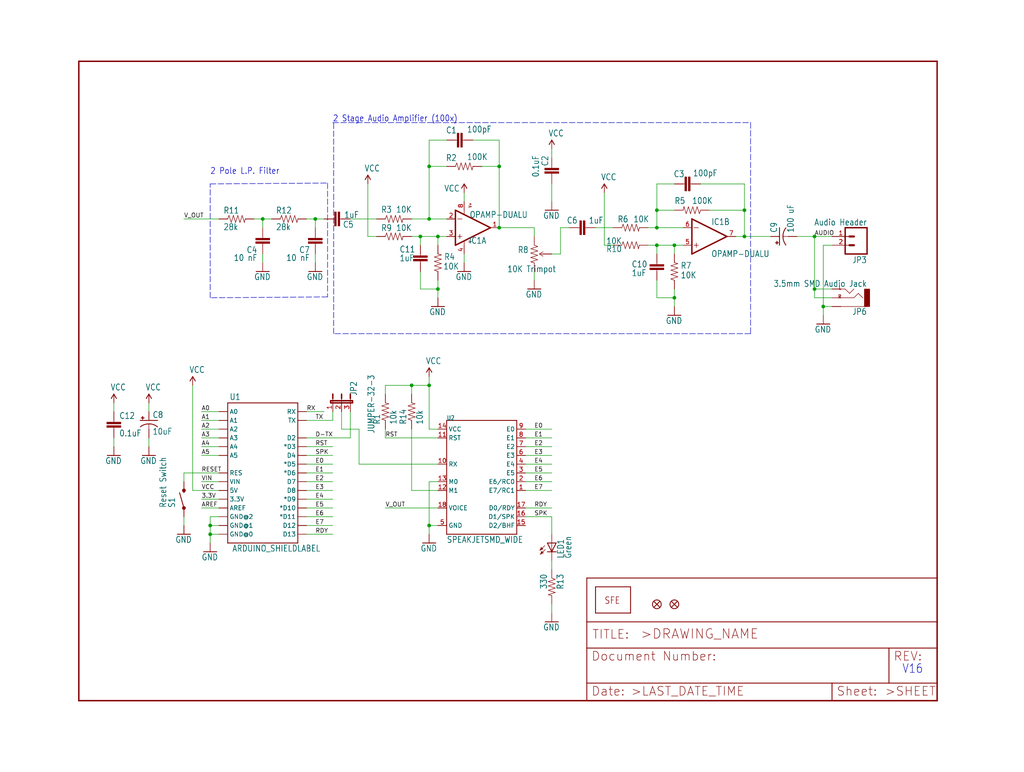
<source format=kicad_sch>
(kicad_sch (version 20211123) (generator eeschema)
  (paper "User" 297.002 223.926)
  (lib_symbols
    (symbol "eagleSchem-eagle-import:ARDUINO_SHIELDLABEL"
      (property "Reference" "U" (at -9.652 21.082 0))
      (property "Value" "ARDUINO_SHIELDLABEL" (at -8.89 -22.86 0))
      (symbol "ARDUINO_SHIELDLABEL_1_0"
        (polyline (pts (xy -10.16 -20.32) (xy -10.16 20.32)) (stroke (width 0.254)))
        (polyline (pts (xy -10.16 20.32) (xy 10.16 20.32)) (stroke (width 0.254)))
        (polyline (pts (xy 10.16 -20.32) (xy -10.16 -20.32)) (stroke (width 0.254)))
        (polyline (pts (xy 10.16 20.32) (xy 10.16 -20.32)) (stroke (width 0.254)))
        (pin bidirectional line (at -12.7 -7.62 0) (length 2.54) (name "3.3V") (number "3.3V"))
        (pin bidirectional line (at -12.7 -5.08 0) (length 2.54) (name "5V") (number "5V"))
        (pin bidirectional line (at -12.7 17.78 0) (length 2.54) (name "A0") (number "A0"))
        (pin bidirectional line (at -12.7 15.24 0) (length 2.54) (name "A1") (number "A1"))
        (pin bidirectional line (at -12.7 12.7 0) (length 2.54) (name "A2") (number "A2"))
        (pin bidirectional line (at -12.7 10.16 0) (length 2.54) (name "A3") (number "A3"))
        (pin bidirectional line (at -12.7 7.62 0) (length 2.54) (name "A4") (number "A4"))
        (pin bidirectional line (at -12.7 5.08 0) (length 2.54) (name "A5") (number "A5"))
        (pin bidirectional line (at -12.7 -10.16 0) (length 2.54) (name "AREF") (number "AREF"))
        (pin bidirectional line (at 12.7 -10.16 180) (length 2.54) (name "*D10") (number "D10"))
        (pin bidirectional line (at 12.7 -12.7 180) (length 2.54) (name "*D11") (number "D11"))
        (pin bidirectional line (at 12.7 -15.24 180) (length 2.54) (name "D12") (number "D12"))
        (pin bidirectional line (at 12.7 -17.78 180) (length 2.54) (name "D13") (number "D13"))
        (pin bidirectional line (at 12.7 10.16 180) (length 2.54) (name "D2") (number "D2"))
        (pin bidirectional line (at 12.7 7.62 180) (length 2.54) (name "*D3") (number "D3"))
        (pin bidirectional line (at 12.7 5.08 180) (length 2.54) (name "D4") (number "D4"))
        (pin bidirectional line (at 12.7 2.54 180) (length 2.54) (name "*D5") (number "D5"))
        (pin bidirectional line (at 12.7 0 180) (length 2.54) (name "*D6") (number "D6"))
        (pin bidirectional line (at 12.7 -2.54 180) (length 2.54) (name "D7") (number "D7"))
        (pin bidirectional line (at 12.7 -5.08 180) (length 2.54) (name "D8") (number "D8"))
        (pin bidirectional line (at 12.7 -7.62 180) (length 2.54) (name "*D9") (number "D9"))
        (pin bidirectional line (at -12.7 -17.78 0) (length 2.54) (name "GND@0") (number "GND@0"))
        (pin bidirectional line (at -12.7 -15.24 0) (length 2.54) (name "GND@1") (number "GND@1"))
        (pin bidirectional line (at -12.7 -12.7 0) (length 2.54) (name "GND@2") (number "GND@2"))
        (pin bidirectional line (at -12.7 0 0) (length 2.54) (name "RES") (number "RES"))
        (pin bidirectional line (at 12.7 17.78 180) (length 2.54) (name "RX") (number "RX"))
        (pin bidirectional line (at 12.7 15.24 180) (length 2.54) (name "TX") (number "TX"))
        (pin bidirectional line (at -12.7 -2.54 0) (length 2.54) (name "VIN") (number "VIN"))
      )
    )
    (symbol "eagleSchem-eagle-import:AUDIO-JACKSMD2"
      (property "Reference" "U" (at -5.08 3.048 0))
      (property "Value" "AUDIO-JACKSMD2" (at -5.08 -5.08 0))
      (symbol "AUDIO-JACKSMD2_1_0"
        (rectangle (start -5.842 2.54) (end -4.318 -2.54) (fill (type outline)))
        (polyline (pts (xy -2.54 -1.27) (xy -3.81 0)) (stroke (width 0.1524)))
        (polyline (pts (xy -1.27 -2.54) (xy 0 -1.27)) (stroke (width 0.1524)))
        (polyline (pts (xy -1.27 0) (xy -2.54 -1.27)) (stroke (width 0.1524)))
        (polyline (pts (xy 0 -1.27) (xy 1.27 -2.54)) (stroke (width 0.1524)))
        (polyline (pts (xy 1.27 -2.54) (xy 2.54 -2.54)) (stroke (width 0.1524)))
        (polyline (pts (xy 2.54 0) (xy -1.27 0)) (stroke (width 0.1524)))
        (polyline (pts (xy 2.54 2.54) (xy -5.08 2.54)) (stroke (width 0.1524)))
        (text "L" (at 2.286 -2.286 0) (effects (font (size 1.016 0.8636) (thickness 0.1727) bold) (justify left bottom)))
        (text "R" (at 2.286 0.254 0) (effects (font (size 1.016 0.8636) (thickness 0.1727) bold) (justify left bottom)))
        (pin bidirectional line (at 5.08 0 180) (length 2.54) (name "RIGHT") (number "RING"))
        (pin bidirectional line (at 5.08 2.54 180) (length 2.54) (name "SLEEVE") (number "SLEEVE"))
        (pin bidirectional line (at 5.08 -2.54 180) (length 2.54) (name "LEFT") (number "TIP"))
      )
    )
    (symbol "eagleSchem-eagle-import:CAP0603-CAP"
      (property "Reference" "C" (at 1.524 2.921 0))
      (property "Value" "CAP0603-CAP" (at 1.524 -2.159 0))
      (symbol "CAP0603-CAP_1_0"
        (rectangle (start -2.032 0.508) (end 2.032 1.016) (fill (type outline)))
        (rectangle (start -2.032 1.524) (end 2.032 2.032) (fill (type outline)))
        (polyline (pts (xy 0 0) (xy 0 0.508)) (stroke (width 0.1524)))
        (polyline (pts (xy 0 2.54) (xy 0 2.032)) (stroke (width 0.1524)))
        (pin passive line (at 0 5.08 270) (length 2.54) (name "1") (number "1"))
        (pin passive line (at 0 -2.54 90) (length 2.54) (name "2") (number "2"))
      )
    )
    (symbol "eagleSchem-eagle-import:CAP_POL1206"
      (property "Reference" "C" (at 1.016 0.635 0))
      (property "Value" "CAP_POL1206" (at 1.016 -4.191 0))
      (symbol "CAP_POL1206_1_0"
        (rectangle (start -2.253 0.668) (end -1.364 0.795) (fill (type outline)))
        (rectangle (start -1.872 0.287) (end -1.745 1.176) (fill (type outline)))
        (arc (start 0 -1.0161) (mid -1.3021 -1.2302) (end -2.4669 -1.8504) (stroke (width 0.254)))
        (polyline (pts (xy -2.54 0) (xy 2.54 0)) (stroke (width 0.254)))
        (polyline (pts (xy 0 -1.016) (xy 0 -2.54)) (stroke (width 0.1524)))
        (arc (start 2.4892 -1.8542) (mid 1.3158 -1.2195) (end 0 -1) (stroke (width 0.254)))
        (pin passive line (at 0 2.54 270) (length 2.54) (name "+") (number "A"))
        (pin passive line (at 0 -5.08 90) (length 2.54) (name "-") (number "C"))
      )
    )
    (symbol "eagleSchem-eagle-import:CAP_POL7343"
      (property "Reference" "C" (at 1.016 0.635 0))
      (property "Value" "CAP_POL7343" (at 1.016 -4.191 0))
      (symbol "CAP_POL7343_1_0"
        (rectangle (start -2.253 0.668) (end -1.364 0.795) (fill (type outline)))
        (rectangle (start -1.872 0.287) (end -1.745 1.176) (fill (type outline)))
        (arc (start 0 -1.0161) (mid -1.3021 -1.2302) (end -2.4669 -1.8504) (stroke (width 0.254)))
        (polyline (pts (xy -2.54 0) (xy 2.54 0)) (stroke (width 0.254)))
        (polyline (pts (xy 0 -1.016) (xy 0 -2.54)) (stroke (width 0.1524)))
        (arc (start 2.4892 -1.8542) (mid 1.3158 -1.2195) (end 0 -1) (stroke (width 0.254)))
        (pin passive line (at 0 2.54 270) (length 2.54) (name "+") (number "A"))
        (pin passive line (at 0 -5.08 90) (length 2.54) (name "-") (number "C"))
      )
    )
    (symbol "eagleSchem-eagle-import:FIDUCIAL1X2"
      (symbol "FIDUCIAL1X2_1_0"
        (polyline (pts (xy -0.762 0.762) (xy 0.762 -0.762)) (stroke (width 0.254)))
        (polyline (pts (xy 0.762 0.762) (xy -0.762 -0.762)) (stroke (width 0.254)))
        (circle (center 0 0) (radius 1.27) (stroke (width 0.254)))
      )
    )
    (symbol "eagleSchem-eagle-import:FRAME-LETTER"
      (symbol "FRAME-LETTER_1_0"
        (polyline (pts (xy 0 0) (xy 248.92 0)) (stroke (width 0.4064)))
        (polyline (pts (xy 0 185.42) (xy 0 0)) (stroke (width 0.4064)))
        (polyline (pts (xy 0 185.42) (xy 248.92 185.42)) (stroke (width 0.4064)))
        (polyline (pts (xy 248.92 185.42) (xy 248.92 0)) (stroke (width 0.4064)))
      )
      (symbol "FRAME-LETTER_2_0"
        (polyline (pts (xy 0 0) (xy 0 5.08)) (stroke (width 0.254)))
        (polyline (pts (xy 0 0) (xy 71.12 0)) (stroke (width 0.254)))
        (polyline (pts (xy 0 5.08) (xy 0 15.24)) (stroke (width 0.254)))
        (polyline (pts (xy 0 5.08) (xy 71.12 5.08)) (stroke (width 0.254)))
        (polyline (pts (xy 0 15.24) (xy 0 22.86)) (stroke (width 0.254)))
        (polyline (pts (xy 0 22.86) (xy 0 35.56)) (stroke (width 0.254)))
        (polyline (pts (xy 0 22.86) (xy 101.6 22.86)) (stroke (width 0.254)))
        (polyline (pts (xy 71.12 0) (xy 101.6 0)) (stroke (width 0.254)))
        (polyline (pts (xy 71.12 5.08) (xy 71.12 0)) (stroke (width 0.254)))
        (polyline (pts (xy 71.12 5.08) (xy 87.63 5.08)) (stroke (width 0.254)))
        (polyline (pts (xy 87.63 5.08) (xy 101.6 5.08)) (stroke (width 0.254)))
        (polyline (pts (xy 87.63 15.24) (xy 0 15.24)) (stroke (width 0.254)))
        (polyline (pts (xy 87.63 15.24) (xy 87.63 5.08)) (stroke (width 0.254)))
        (polyline (pts (xy 101.6 5.08) (xy 101.6 0)) (stroke (width 0.254)))
        (polyline (pts (xy 101.6 15.24) (xy 87.63 15.24)) (stroke (width 0.254)))
        (polyline (pts (xy 101.6 15.24) (xy 101.6 5.08)) (stroke (width 0.254)))
        (polyline (pts (xy 101.6 22.86) (xy 101.6 15.24)) (stroke (width 0.254)))
        (polyline (pts (xy 101.6 35.56) (xy 0 35.56)) (stroke (width 0.254)))
        (polyline (pts (xy 101.6 35.56) (xy 101.6 22.86)) (stroke (width 0.254)))
        (text ">DRAWING_NAME" (at 15.494 17.78 0) (effects (font (size 2.7432 2.7432)) (justify left bottom)))
        (text ">LAST_DATE_TIME" (at 12.7 1.27 0) (effects (font (size 2.54 2.54)) (justify left bottom)))
        (text ">SHEET" (at 86.36 1.27 0) (effects (font (size 2.54 2.54)) (justify left bottom)))
        (text "Date:" (at 1.27 1.27 0) (effects (font (size 2.54 2.54)) (justify left bottom)))
        (text "Document Number:" (at 1.27 11.43 0) (effects (font (size 2.54 2.54)) (justify left bottom)))
        (text "REV:" (at 88.9 11.43 0) (effects (font (size 2.54 2.54)) (justify left bottom)))
        (text "Sheet:" (at 72.39 1.27 0) (effects (font (size 2.54 2.54)) (justify left bottom)))
        (text "TITLE:" (at 1.524 17.78 0) (effects (font (size 2.54 2.54)) (justify left bottom)))
      )
    )
    (symbol "eagleSchem-eagle-import:GND" (power)
      (property "Value" "GND" (at -2.54 -2.54 0))
      (symbol "GND_1_0"
        (polyline (pts (xy -1.905 0) (xy 1.905 0)) (stroke (width 0.254)))
        (pin power_in line (at 0 2.54 270) (length 2.54) (name "GND") (number "1"))
      )
    )
    (symbol "eagleSchem-eagle-import:JUMPER-32-3"
      (property "Reference" "JP" (at -1.27 0 90))
      (property "Value" "JUMPER-32-3" (at 8.255 0 90))
      (symbol "JUMPER-32-3_1_0"
        (polyline (pts (xy -0.635 0) (xy 2.54 0)) (stroke (width 0.4064)))
        (polyline (pts (xy -0.635 0.635) (xy -0.635 0)) (stroke (width 0.4064)))
        (polyline (pts (xy 0 0) (xy 0 1.27)) (stroke (width 0.1524)))
        (polyline (pts (xy 0 2.54) (xy 0 1.27)) (stroke (width 0.4064)))
        (polyline (pts (xy 2.54 0) (xy 2.54 1.27)) (stroke (width 0.1524)))
        (polyline (pts (xy 2.54 0) (xy 5.08 0)) (stroke (width 0.4064)))
        (polyline (pts (xy 2.54 2.54) (xy 2.54 1.27)) (stroke (width 0.4064)))
        (polyline (pts (xy 5.08 0) (xy 5.08 1.27)) (stroke (width 0.1524)))
        (polyline (pts (xy 5.08 0) (xy 5.715 0)) (stroke (width 0.4064)))
        (polyline (pts (xy 5.08 2.54) (xy 5.08 1.27)) (stroke (width 0.4064)))
        (polyline (pts (xy 5.715 0) (xy 5.715 0.635)) (stroke (width 0.4064)))
        (polyline (pts (xy 5.715 0.635) (xy -0.635 0.635)) (stroke (width 0.4064)))
        (pin passive line (at 0 -2.54 90) (length 2.54) (name "1") (number "1"))
        (pin passive line (at 2.54 -2.54 90) (length 2.54) (name "2") (number "2"))
        (pin passive line (at 5.08 -2.54 90) (length 2.54) (name "3") (number "3"))
      )
    )
    (symbol "eagleSchem-eagle-import:LED0603"
      (property "Reference" "LED" (at 3.556 -4.572 90))
      (property "Value" "LED0603" (at 5.715 -4.572 90))
      (symbol "LED0603_1_0"
        (polyline (pts (xy -2.032 -0.762) (xy -3.429 -2.159)) (stroke (width 0.1524)))
        (polyline (pts (xy -1.905 -1.905) (xy -3.302 -3.302)) (stroke (width 0.1524)))
        (polyline (pts (xy 0 -2.54) (xy -1.27 -2.54)) (stroke (width 0.254)))
        (polyline (pts (xy 0 -2.54) (xy -1.27 0)) (stroke (width 0.254)))
        (polyline (pts (xy 0 0) (xy -1.27 0)) (stroke (width 0.254)))
        (polyline (pts (xy 0 0) (xy 0 -2.54)) (stroke (width 0.1524)))
        (polyline (pts (xy 1.27 -2.54) (xy 0 -2.54)) (stroke (width 0.254)))
        (polyline (pts (xy 1.27 0) (xy 0 -2.54)) (stroke (width 0.254)))
        (polyline (pts (xy 1.27 0) (xy 0 0)) (stroke (width 0.254)))
        (polyline (pts (xy -3.429 -2.159) (xy -3.048 -1.27) (xy -2.54 -1.778)) (fill (type outline)))
        (polyline (pts (xy -3.302 -3.302) (xy -2.921 -2.413) (xy -2.413 -2.921)) (fill (type outline)))
        (pin passive line (at 0 2.54 270) (length 2.54) (name "A") (number "A"))
        (pin passive line (at 0 -5.08 90) (length 2.54) (name "C") (number "C"))
      )
    )
    (symbol "eagleSchem-eagle-import:LOGO-SFENEW"
      (symbol "LOGO-SFENEW_1_0"
        (polyline (pts (xy -2.54 -2.54) (xy 7.62 -2.54)) (stroke (width 0.254)))
        (polyline (pts (xy -2.54 5.08) (xy -2.54 -2.54)) (stroke (width 0.254)))
        (polyline (pts (xy 7.62 -2.54) (xy 7.62 5.08)) (stroke (width 0.254)))
        (polyline (pts (xy 7.62 5.08) (xy -2.54 5.08)) (stroke (width 0.254)))
        (text "SFE" (at 0 0 0) (effects (font (size 1.9304 1.6408)) (justify left bottom)))
      )
    )
    (symbol "eagleSchem-eagle-import:M02PTH"
      (property "Reference" "JP" (at -2.54 5.842 0))
      (property "Value" "M02PTH" (at -2.54 -5.08 0))
      (symbol "M02PTH_1_0"
        (polyline (pts (xy -2.54 5.08) (xy -2.54 -2.54)) (stroke (width 0.4064)))
        (polyline (pts (xy -2.54 5.08) (xy 3.81 5.08)) (stroke (width 0.4064)))
        (polyline (pts (xy 1.27 0) (xy 2.54 0)) (stroke (width 0.6096)))
        (polyline (pts (xy 1.27 2.54) (xy 2.54 2.54)) (stroke (width 0.6096)))
        (polyline (pts (xy 3.81 -2.54) (xy -2.54 -2.54)) (stroke (width 0.4064)))
        (polyline (pts (xy 3.81 -2.54) (xy 3.81 5.08)) (stroke (width 0.4064)))
        (pin passive line (at 7.62 0 180) (length 5.08) (name "1") (number "1"))
        (pin passive line (at 7.62 2.54 180) (length 5.08) (name "2") (number "2"))
      )
    )
    (symbol "eagleSchem-eagle-import:OPAMP-DUALU"
      (property "Reference" "IC" (at 2.54 5.715 0))
      (property "Value" "OPAMP-DUALU" (at 2.54 -5.08 0))
      (symbol "OPAMP-DUALU_1_0"
        (polyline (pts (xy -2.54 -5.08) (xy -2.54 5.08)) (stroke (width 0.4064)))
        (polyline (pts (xy -2.54 5.08) (xy 7.62 0)) (stroke (width 0.4064)))
        (polyline (pts (xy -1.905 -2.54) (xy -0.635 -2.54)) (stroke (width 0.1524)))
        (polyline (pts (xy -1.905 2.54) (xy -0.635 2.54)) (stroke (width 0.1524)))
        (polyline (pts (xy -1.27 -3.175) (xy -1.27 -1.905)) (stroke (width 0.1524)))
        (polyline (pts (xy 0 -5.08) (xy 0 -3.8862)) (stroke (width 0.1524)))
        (polyline (pts (xy 0 3.9116) (xy 0 5.08)) (stroke (width 0.1524)))
        (polyline (pts (xy 7.62 0) (xy -2.54 -5.08)) (stroke (width 0.4064)))
        (text "V+" (at 1.27 5.715 900) (effects (font (size 0.8128 0.6908)) (justify left top)))
        (text "V-" (at 1.27 -4.445 900) (effects (font (size 0.8128 0.6908)) (justify left top)))
        (pin output line (at 10.16 0 180) (length 2.54) (name "OUT") (number "1"))
        (pin input line (at -5.08 2.54 0) (length 2.54) (name "-IN") (number "2"))
        (pin input line (at -5.08 -2.54 0) (length 2.54) (name "+IN") (number "3"))
        (pin power_in line (at 0 -7.62 90) (length 2.54) (name "V-") (number "4"))
        (pin power_in line (at 0 7.62 270) (length 2.54) (name "V+") (number "8"))
      )
      (symbol "OPAMP-DUALU_2_0"
        (polyline (pts (xy -5.08 -5.08) (xy 5.08 0)) (stroke (width 0.4064)))
        (polyline (pts (xy -5.08 5.08) (xy -5.08 -5.08)) (stroke (width 0.4064)))
        (polyline (pts (xy -4.445 -2.54) (xy -3.175 -2.54)) (stroke (width 0.1524)))
        (polyline (pts (xy -4.445 2.54) (xy -3.175 2.54)) (stroke (width 0.1524)))
        (polyline (pts (xy -3.81 3.175) (xy -3.81 1.905)) (stroke (width 0.1524)))
        (polyline (pts (xy 5.08 0) (xy -5.08 5.08)) (stroke (width 0.4064)))
        (pin input line (at -7.62 2.54 0) (length 2.54) (name "+IN") (number "5"))
        (pin input line (at -7.62 -2.54 0) (length 2.54) (name "-IN") (number "6"))
        (pin output line (at 7.62 0 180) (length 2.54) (name "OUT") (number "7"))
      )
    )
    (symbol "eagleSchem-eagle-import:RESISTOR0603"
      (property "Reference" "R" (at -3.81 1.4986 0))
      (property "Value" "RESISTOR0603" (at -3.81 -3.302 0))
      (symbol "RESISTOR0603_1_0"
        (polyline (pts (xy -2.54 0) (xy -2.159 1.016)) (stroke (width 0.1524)))
        (polyline (pts (xy -2.159 1.016) (xy -1.524 -1.016)) (stroke (width 0.1524)))
        (polyline (pts (xy -1.524 -1.016) (xy -0.889 1.016)) (stroke (width 0.1524)))
        (polyline (pts (xy -0.889 1.016) (xy -0.254 -1.016)) (stroke (width 0.1524)))
        (polyline (pts (xy -0.254 -1.016) (xy 0.381 1.016)) (stroke (width 0.1524)))
        (polyline (pts (xy 0.381 1.016) (xy 1.016 -1.016)) (stroke (width 0.1524)))
        (polyline (pts (xy 1.016 -1.016) (xy 1.651 1.016)) (stroke (width 0.1524)))
        (polyline (pts (xy 1.651 1.016) (xy 2.286 -1.016)) (stroke (width 0.1524)))
        (polyline (pts (xy 2.286 -1.016) (xy 2.54 0)) (stroke (width 0.1524)))
        (pin passive line (at -5.08 0 0) (length 2.54) (name "1") (number "1"))
        (pin passive line (at 5.08 0 180) (length 2.54) (name "2") (number "2"))
      )
    )
    (symbol "eagleSchem-eagle-import:RESISTOR0603-RES"
      (property "Reference" "R" (at -3.81 1.4986 0))
      (property "Value" "RESISTOR0603-RES" (at -3.81 -3.302 0))
      (symbol "RESISTOR0603-RES_1_0"
        (polyline (pts (xy -2.54 0) (xy -2.159 1.016)) (stroke (width 0.1524)))
        (polyline (pts (xy -2.159 1.016) (xy -1.524 -1.016)) (stroke (width 0.1524)))
        (polyline (pts (xy -1.524 -1.016) (xy -0.889 1.016)) (stroke (width 0.1524)))
        (polyline (pts (xy -0.889 1.016) (xy -0.254 -1.016)) (stroke (width 0.1524)))
        (polyline (pts (xy -0.254 -1.016) (xy 0.381 1.016)) (stroke (width 0.1524)))
        (polyline (pts (xy 0.381 1.016) (xy 1.016 -1.016)) (stroke (width 0.1524)))
        (polyline (pts (xy 1.016 -1.016) (xy 1.651 1.016)) (stroke (width 0.1524)))
        (polyline (pts (xy 1.651 1.016) (xy 2.286 -1.016)) (stroke (width 0.1524)))
        (polyline (pts (xy 2.286 -1.016) (xy 2.54 0)) (stroke (width 0.1524)))
        (pin passive line (at -5.08 0 0) (length 2.54) (name "1") (number "1"))
        (pin passive line (at 5.08 0 180) (length 2.54) (name "2") (number "2"))
      )
    )
    (symbol "eagleSchem-eagle-import:SPEAKJETSMD_WIDE"
      (property "Reference" "U" (at -10.16 15.24 0))
      (property "Value" "SPEAKJETSMD_WIDE" (at 2.54 15.24 0))
      (symbol "SPEAKJETSMD_WIDE_1_0"
        (polyline (pts (xy -10.16 -17.78) (xy 10.16 -17.78)) (stroke (width 0.254)))
        (polyline (pts (xy -10.16 15.24) (xy -10.16 -17.78)) (stroke (width 0.254)))
        (polyline (pts (xy 10.16 -17.78) (xy 10.16 15.24)) (stroke (width 0.254)))
        (polyline (pts (xy 10.16 15.24) (xy -10.16 15.24)) (stroke (width 0.254)))
        (pin bidirectional line (at 12.7 -5.08 180) (length 2.54) (name "E7/RC1") (number "1"))
        (pin bidirectional line (at -12.7 2.54 0) (length 2.54) (name "RX") (number "10"))
        (pin bidirectional line (at -12.7 10.16 0) (length 2.54) (name "RST") (number "11"))
        (pin bidirectional line (at -12.7 -5.08 0) (length 2.54) (name "M1") (number "12"))
        (pin bidirectional line (at -12.7 -2.54 0) (length 2.54) (name "M0") (number "13"))
        (pin bidirectional line (at -12.7 12.7 0) (length 2.54) (name "VCC") (number "14"))
        (pin bidirectional line (at 12.7 -15.24 180) (length 2.54) (name "D2/BHF") (number "15"))
        (pin bidirectional line (at 12.7 -12.7 180) (length 2.54) (name "D1/SPK") (number "16"))
        (pin bidirectional line (at 12.7 -10.16 180) (length 2.54) (name "D0/RDY") (number "17"))
        (pin bidirectional line (at -12.7 -10.16 0) (length 2.54) (name "VOICE") (number "18"))
        (pin bidirectional line (at 12.7 -2.54 180) (length 2.54) (name "E6/RC0") (number "2"))
        (pin bidirectional line (at 12.7 0 180) (length 2.54) (name "E5") (number "3"))
        (pin bidirectional line (at 12.7 2.54 180) (length 2.54) (name "E4") (number "4"))
        (pin bidirectional line (at -12.7 -15.24 0) (length 2.54) (name "GND") (number "5"))
        (pin bidirectional line (at 12.7 5.08 180) (length 2.54) (name "E3") (number "6"))
        (pin bidirectional line (at 12.7 7.62 180) (length 2.54) (name "E2") (number "7"))
        (pin bidirectional line (at 12.7 10.16 180) (length 2.54) (name "E1") (number "8"))
        (pin bidirectional line (at 12.7 12.7 180) (length 2.54) (name "E0") (number "9"))
      )
    )
    (symbol "eagleSchem-eagle-import:SWITCH-MOMENTARY-2SMD"
      (property "Reference" "S" (at -2.54 2.54 0))
      (property "Value" "SWITCH-MOMENTARY-2SMD" (at -2.54 -2.54 0))
      (symbol "SWITCH-MOMENTARY-2SMD_1_0"
        (circle (center -2.54 0) (radius 0.127) (stroke (width 0.4064)))
        (polyline (pts (xy -2.54 0) (xy 1.905 1.27)) (stroke (width 0.254)))
        (polyline (pts (xy 1.905 0) (xy 2.54 0)) (stroke (width 0.254)))
        (circle (center 2.54 0) (radius 0.127) (stroke (width 0.4064)))
        (pin passive line (at -5.08 0 0) (length 2.54) (name "1") (number "1"))
        (pin passive line (at 5.08 0 180) (length 2.54) (name "2") (number "3"))
      )
    )
    (symbol "eagleSchem-eagle-import:TRIMPOTSMD"
      (property "Value" "TRIMPOTSMD" (at -3.81 -3.302 0))
      (symbol "TRIMPOTSMD_1_0"
        (polyline (pts (xy -2.54 0) (xy -2.159 1.016)) (stroke (width 0.1524)))
        (polyline (pts (xy -2.159 1.016) (xy -1.524 -1.016)) (stroke (width 0.1524)))
        (polyline (pts (xy -1.524 -1.016) (xy -0.889 1.016)) (stroke (width 0.1524)))
        (polyline (pts (xy -0.889 1.016) (xy -0.254 -1.016)) (stroke (width 0.1524)))
        (polyline (pts (xy -0.635 2.54) (xy 0 1.524)) (stroke (width 0.1524)))
        (polyline (pts (xy -0.254 -1.016) (xy 0.381 1.016)) (stroke (width 0.1524)))
        (polyline (pts (xy 0 1.524) (xy 0.635 2.54)) (stroke (width 0.1524)))
        (polyline (pts (xy 0 2.54) (xy 0 1.524)) (stroke (width 0.1524)))
        (polyline (pts (xy 0.381 1.016) (xy 1.016 -1.016)) (stroke (width 0.1524)))
        (polyline (pts (xy 1.016 -1.016) (xy 1.651 1.016)) (stroke (width 0.1524)))
        (polyline (pts (xy 1.651 1.016) (xy 2.286 -1.016)) (stroke (width 0.1524)))
        (polyline (pts (xy 2.286 -1.016) (xy 2.54 0)) (stroke (width 0.1524)))
        (pin passive line (at -5.08 0 0) (length 2.54) (name "CCW") (number "1"))
        (pin passive line (at 0 5.08 270) (length 2.54) (name "WIPER") (number "2"))
        (pin passive line (at 5.08 0 180) (length 2.54) (name "CW") (number "3"))
      )
    )
    (symbol "eagleSchem-eagle-import:VCC" (power)
      (property "Value" "VCC" (at -1.016 3.556 0))
      (symbol "VCC_1_0"
        (polyline (pts (xy 0 2.54) (xy -0.762 1.27)) (stroke (width 0.254)))
        (polyline (pts (xy 0.762 1.27) (xy 0 2.54)) (stroke (width 0.254)))
        (pin power_in line (at 0 0 90) (length 2.54) (name "VCC") (number "1"))
      )
    )
  )
  (junction (at 76.2 63.5))
  (junction (at 124.46 111.76))
  (junction (at 144.78 66.04))
  (junction (at 121.92 68.58))
  (junction (at 236.22 83.82))
  (junction (at 144.78 48.26))
  (junction (at 190.5 66.04))
  (junction (at 190.5 71.12))
  (junction (at 127 83.82))
  (junction (at 215.9 60.96))
  (junction (at 195.58 71.12))
  (junction (at 238.76 88.9))
  (junction (at 124.46 48.26))
  (junction (at 190.5 60.96))
  (junction (at 124.46 63.5))
  (junction (at 124.46 152.4))
  (junction (at 236.22 68.58))
  (junction (at 195.58 86.36))
  (junction (at 60.96 154.94))
  (junction (at 119.38 111.76))
  (junction (at 127 68.58))
  (junction (at 60.96 152.4))
  (junction (at 91.44 63.5))
  (junction (at 215.9 68.58))
  (wire (pts (xy 152.4 129.54) (xy 160.02 129.54)))
  (polyline (pts (xy 60.96 53.34) (xy 94.996 53.086)))
  (wire (pts (xy 236.22 86.36) (xy 236.22 83.82)))
  (wire (pts (xy 241.3 71.12) (xy 238.76 71.12)))
  (wire (pts (xy 124.46 63.5) (xy 129.54 63.5)))
  (wire (pts (xy 127 83.82) (xy 127 86.36)))
  (wire (pts (xy 63.5 132.08) (xy 58.42 132.08)))
  (wire (pts (xy 101.6 127) (xy 88.9 127)))
  (wire (pts (xy 101.6 119.38) (xy 101.6 127)))
  (wire (pts (xy 76.2 73.66) (xy 76.2 76.2)))
  (wire (pts (xy 236.22 68.58) (xy 241.3 68.58)))
  (wire (pts (xy 198.12 71.12) (xy 195.58 71.12)))
  (wire (pts (xy 175.26 71.12) (xy 175.26 55.88)))
  (wire (pts (xy 152.4 149.86) (xy 160.02 149.86)))
  (wire (pts (xy 121.92 68.58) (xy 127 68.58)))
  (wire (pts (xy 88.9 154.94) (xy 96.52 154.94)))
  (wire (pts (xy 76.2 63.5) (xy 78.74 63.5)))
  (wire (pts (xy 111.76 111.76) (xy 119.38 111.76)))
  (wire (pts (xy 195.58 60.96) (xy 190.5 60.96)))
  (wire (pts (xy 165.1 66.04) (xy 162.56 66.04)))
  (wire (pts (xy 152.4 137.16) (xy 160.02 137.16)))
  (polyline (pts (xy 217.678 35.56) (xy 217.678 96.774)))
  (wire (pts (xy 137.16 40.64) (xy 144.78 40.64)))
  (wire (pts (xy 121.92 78.74) (xy 121.92 83.82)))
  (wire (pts (xy 91.44 63.5) (xy 91.44 66.04)))
  (wire (pts (xy 101.6 63.5) (xy 109.22 63.5)))
  (wire (pts (xy 190.5 81.28) (xy 190.5 86.36)))
  (wire (pts (xy 160.02 165.1) (xy 160.02 162.56)))
  (polyline (pts (xy 60.96 86.36) (xy 60.96 53.34)))
  (wire (pts (xy 241.3 86.36) (xy 236.22 86.36)))
  (wire (pts (xy 152.4 127) (xy 160.02 127)))
  (wire (pts (xy 127 142.24) (xy 119.38 142.24)))
  (wire (pts (xy 241.3 83.82) (xy 236.22 83.82)))
  (wire (pts (xy 88.9 139.7) (xy 96.52 139.7)))
  (wire (pts (xy 88.9 121.92) (xy 96.52 121.92)))
  (wire (pts (xy 127 147.32) (xy 111.76 147.32)))
  (wire (pts (xy 88.9 132.08) (xy 96.52 132.08)))
  (wire (pts (xy 88.9 149.86) (xy 96.52 149.86)))
  (wire (pts (xy 190.5 73.66) (xy 190.5 71.12)))
  (wire (pts (xy 215.9 68.58) (xy 213.36 68.58)))
  (wire (pts (xy 160.02 177.8) (xy 160.02 175.26)))
  (polyline (pts (xy 96.52 35.56) (xy 217.678 35.56)))
  (wire (pts (xy 63.5 129.54) (xy 58.42 129.54)))
  (wire (pts (xy 63.5 139.7) (xy 58.42 139.7)))
  (wire (pts (xy 238.76 88.9) (xy 238.76 91.44)))
  (wire (pts (xy 152.4 134.62) (xy 160.02 134.62)))
  (wire (pts (xy 63.5 152.4) (xy 60.96 152.4)))
  (wire (pts (xy 195.58 71.12) (xy 195.58 73.66)))
  (wire (pts (xy 215.9 53.34) (xy 215.9 60.96)))
  (wire (pts (xy 195.58 83.82) (xy 195.58 86.36)))
  (wire (pts (xy 127 124.46) (xy 124.46 124.46)))
  (wire (pts (xy 53.34 137.16) (xy 53.34 139.7)))
  (wire (pts (xy 88.9 147.32) (xy 96.52 147.32)))
  (wire (pts (xy 63.5 63.5) (xy 53.34 63.5)))
  (wire (pts (xy 152.4 147.32) (xy 160.02 147.32)))
  (wire (pts (xy 172.72 66.04) (xy 177.8 66.04)))
  (wire (pts (xy 127 71.12) (xy 127 68.58)))
  (wire (pts (xy 190.5 53.34) (xy 190.5 60.96)))
  (wire (pts (xy 134.62 58.42) (xy 134.62 55.88)))
  (wire (pts (xy 127 152.4) (xy 124.46 152.4)))
  (wire (pts (xy 63.5 119.38) (xy 58.42 119.38)))
  (wire (pts (xy 76.2 66.04) (xy 76.2 63.5)))
  (wire (pts (xy 124.46 48.26) (xy 124.46 63.5)))
  (wire (pts (xy 127 68.58) (xy 129.54 68.58)))
  (wire (pts (xy 73.66 63.5) (xy 76.2 63.5)))
  (wire (pts (xy 119.38 63.5) (xy 124.46 63.5)))
  (wire (pts (xy 124.46 152.4) (xy 124.46 154.94)))
  (wire (pts (xy 88.9 144.78) (xy 96.52 144.78)))
  (wire (pts (xy 88.9 142.24) (xy 96.52 142.24)))
  (wire (pts (xy 124.46 40.64) (xy 124.46 48.26)))
  (wire (pts (xy 195.58 86.36) (xy 195.58 88.9)))
  (wire (pts (xy 124.46 111.76) (xy 124.46 124.46)))
  (wire (pts (xy 60.96 152.4) (xy 60.96 154.94)))
  (wire (pts (xy 111.76 127) (xy 111.76 124.46)))
  (wire (pts (xy 139.7 48.26) (xy 144.78 48.26)))
  (wire (pts (xy 88.9 129.54) (xy 96.52 129.54)))
  (wire (pts (xy 160.02 53.34) (xy 160.02 58.42)))
  (wire (pts (xy 190.5 60.96) (xy 190.5 66.04)))
  (wire (pts (xy 236.22 83.82) (xy 236.22 68.58)))
  (wire (pts (xy 129.54 48.26) (xy 124.46 48.26)))
  (wire (pts (xy 111.76 114.3) (xy 111.76 111.76)))
  (wire (pts (xy 63.5 137.16) (xy 53.34 137.16)))
  (wire (pts (xy 162.56 66.04) (xy 162.56 73.66)))
  (wire (pts (xy 154.94 68.58) (xy 154.94 66.04)))
  (wire (pts (xy 203.2 53.34) (xy 215.9 53.34)))
  (wire (pts (xy 99.06 119.38) (xy 99.06 124.46)))
  (wire (pts (xy 63.5 147.32) (xy 58.42 147.32)))
  (wire (pts (xy 190.5 86.36) (xy 195.58 86.36)))
  (wire (pts (xy 144.78 48.26) (xy 144.78 66.04)))
  (wire (pts (xy 106.68 68.58) (xy 106.68 53.34)))
  (wire (pts (xy 43.18 119.38) (xy 43.18 116.84)))
  (wire (pts (xy 195.58 53.34) (xy 190.5 53.34)))
  (wire (pts (xy 238.76 71.12) (xy 238.76 88.9)))
  (wire (pts (xy 43.18 129.54) (xy 43.18 127)))
  (wire (pts (xy 144.78 40.64) (xy 144.78 48.26)))
  (wire (pts (xy 63.5 124.46) (xy 58.42 124.46)))
  (wire (pts (xy 91.44 73.66) (xy 91.44 76.2)))
  (wire (pts (xy 63.5 154.94) (xy 60.96 154.94)))
  (wire (pts (xy 160.02 149.86) (xy 160.02 154.94)))
  (wire (pts (xy 109.22 68.58) (xy 106.68 68.58)))
  (wire (pts (xy 127 139.7) (xy 124.46 139.7)))
  (wire (pts (xy 63.5 127) (xy 58.42 127)))
  (wire (pts (xy 55.88 142.24) (xy 55.88 111.76)))
  (wire (pts (xy 160.02 45.72) (xy 160.02 43.18)))
  (wire (pts (xy 121.92 71.12) (xy 121.92 68.58)))
  (wire (pts (xy 190.5 71.12) (xy 195.58 71.12)))
  (polyline (pts (xy 94.996 53.086) (xy 94.996 86.106)))
  (wire (pts (xy 187.96 66.04) (xy 190.5 66.04)))
  (wire (pts (xy 119.38 68.58) (xy 121.92 68.58)))
  (wire (pts (xy 144.78 66.04) (xy 154.94 66.04)))
  (wire (pts (xy 121.92 83.82) (xy 127 83.82)))
  (wire (pts (xy 60.96 149.86) (xy 60.96 152.4)))
  (wire (pts (xy 134.62 76.2) (xy 134.62 73.66)))
  (wire (pts (xy 231.14 68.58) (xy 236.22 68.58)))
  (wire (pts (xy 124.46 139.7) (xy 124.46 152.4)))
  (wire (pts (xy 162.56 73.66) (xy 160.02 73.66)))
  (wire (pts (xy 63.5 144.78) (xy 58.42 144.78)))
  (polyline (pts (xy 217.678 96.774) (xy 96.774 96.774)))
  (wire (pts (xy 88.9 137.16) (xy 96.52 137.16)))
  (wire (pts (xy 91.44 63.5) (xy 93.98 63.5)))
  (wire (pts (xy 88.9 152.4) (xy 96.52 152.4)))
  (wire (pts (xy 129.54 40.64) (xy 124.46 40.64)))
  (wire (pts (xy 60.96 154.94) (xy 60.96 157.48)))
  (wire (pts (xy 187.96 71.12) (xy 190.5 71.12)))
  (wire (pts (xy 124.46 111.76) (xy 124.46 109.22)))
  (wire (pts (xy 88.9 134.62) (xy 96.52 134.62)))
  (wire (pts (xy 205.74 60.96) (xy 215.9 60.96)))
  (wire (pts (xy 104.14 134.62) (xy 127 134.62)))
  (polyline (pts (xy 96.774 96.774) (xy 96.774 35.306)))
  (wire (pts (xy 63.5 142.24) (xy 55.88 142.24)))
  (wire (pts (xy 33.02 119.38) (xy 33.02 116.84)))
  (wire (pts (xy 119.38 114.3) (xy 119.38 111.76)))
  (wire (pts (xy 215.9 60.96) (xy 215.9 68.58)))
  (polyline (pts (xy 94.996 86.106) (xy 60.96 86.36)))
  (wire (pts (xy 88.9 119.38) (xy 93.98 119.38)))
  (wire (pts (xy 99.06 124.46) (xy 104.14 124.46)))
  (wire (pts (xy 33.02 129.54) (xy 33.02 127)))
  (wire (pts (xy 177.8 71.12) (xy 175.26 71.12)))
  (wire (pts (xy 152.4 124.46) (xy 160.02 124.46)))
  (wire (pts (xy 152.4 132.08) (xy 160.02 132.08)))
  (wire (pts (xy 127 127) (xy 111.76 127)))
  (wire (pts (xy 63.5 149.86) (xy 60.96 149.86)))
  (wire (pts (xy 152.4 142.24) (xy 160.02 142.24)))
  (wire (pts (xy 119.38 142.24) (xy 119.38 124.46)))
  (wire (pts (xy 53.34 149.86) (xy 53.34 152.4)))
  (wire (pts (xy 96.52 121.92) (xy 96.52 119.38)))
  (wire (pts (xy 190.5 66.04) (xy 198.12 66.04)))
  (wire (pts (xy 154.94 78.74) (xy 154.94 81.28)))
  (wire (pts (xy 215.9 68.58) (xy 223.52 68.58)))
  (wire (pts (xy 63.5 121.92) (xy 58.42 121.92)))
  (wire (pts (xy 88.9 63.5) (xy 91.44 63.5)))
  (wire (pts (xy 152.4 139.7) (xy 160.02 139.7)))
  (wire (pts (xy 127 81.28) (xy 127 83.82)))
  (wire (pts (xy 119.38 111.76) (xy 124.46 111.76)))
  (wire (pts (xy 241.3 88.9) (xy 238.76 88.9)))
  (wire (pts (xy 104.14 124.46) (xy 104.14 134.62)))
  (text "V16" (at 261.62 195.58 180) (effects (font (size 2.54 2.159)) (justify left bottom)))
  (text "2 Stage Audio Amplifier (100x)" (at 96.52 35.56 180) (effects (font (size 1.778 1.5113)) (justify left bottom)))
  (text "2 Pole L.P. Filter" (at 60.96 50.8 180) (effects (font (size 1.778 1.5113)) (justify left bottom)))
  (label "A5" (at 58.42 132.08 0) (effects (font (size 1.2446 1.2446))))
  (label "RDY" (at 154.94 147.32 0) (effects (font (size 1.2446 1.2446))))
  (label "TX" (at 91.44 121.92 0) (effects (font (size 1.2446 1.2446))))
  (label "E4" (at 154.94 134.62 0) (effects (font (size 1.2446 1.2446))))
  (label "E2" (at 154.94 129.54 0) (effects (font (size 1.2446 1.2446))))
  (label "E0" (at 91.44 134.62 0) (effects (font (size 1.2446 1.2446))))
  (label "E0" (at 154.94 124.46 0) (effects (font (size 1.2446 1.2446))))
  (label "E1" (at 91.44 137.16 0) (effects (font (size 1.2446 1.2446))))
  (label "E5" (at 91.44 147.32 0) (effects (font (size 1.2446 1.2446))))
  (label "E3" (at 154.94 132.08 0) (effects (font (size 1.2446 1.2446))))
  (label "V_OUT" (at 111.76 147.32 0) (effects (font (size 1.2446 1.2446))))
  (label "RST" (at 91.44 129.54 0) (effects (font (size 1.2446 1.2446))))
  (label "D-TX" (at 91.44 127 0) (effects (font (size 1.2446 1.2446))))
  (label "SPK" (at 154.94 149.86 0) (effects (font (size 1.2446 1.2446))))
  (label "A0" (at 58.42 119.38 0) (effects (font (size 1.2446 1.2446))))
  (label "E5" (at 154.94 137.16 0) (effects (font (size 1.2446 1.2446))))
  (label "A3" (at 58.42 127 0) (effects (font (size 1.2446 1.2446))))
  (label "E7" (at 154.94 142.24 0) (effects (font (size 1.2446 1.2446))))
  (label "A1" (at 58.42 121.92 0) (effects (font (size 1.2446 1.2446))))
  (label "A2" (at 58.42 124.46 0) (effects (font (size 1.2446 1.2446))))
  (label "AREF" (at 58.42 147.32 0) (effects (font (size 1.2446 1.2446))))
  (label "RX" (at 88.9 119.38 0) (effects (font (size 1.2446 1.2446))))
  (label "E1" (at 154.94 127 0) (effects (font (size 1.2446 1.2446))))
  (label "RST" (at 111.76 127 0) (effects (font (size 1.2446 1.2446))))
  (label "E7" (at 91.44 152.4 0) (effects (font (size 1.2446 1.2446))))
  (label "VCC" (at 58.42 142.24 0) (effects (font (size 1.2446 1.2446))))
  (label "3.3V" (at 58.42 144.78 0) (effects (font (size 1.2446 1.2446))))
  (label "A4" (at 58.42 129.54 0) (effects (font (size 1.2446 1.2446))))
  (label "V_OUT" (at 53.34 63.5 0) (effects (font (size 1.2446 1.2446))))
  (label "SPK" (at 91.44 132.08 0) (effects (font (size 1.2446 1.2446))))
  (label "E3" (at 91.44 142.24 0) (effects (font (size 1.2446 1.2446))))
  (label "E2" (at 91.44 139.7 0) (effects (font (size 1.2446 1.2446))))
  (label "VIN" (at 58.42 139.7 0) (effects (font (size 1.2446 1.2446))))
  (label "RDY" (at 91.44 154.94 0) (effects (font (size 1.2446 1.2446))))
  (label "RESET" (at 58.42 137.16 0) (effects (font (size 1.2446 1.2446))))
  (label "AUDIO" (at 236.22 68.58 0) (effects (font (size 1.2446 1.2446))))
  (label "E6" (at 154.94 139.7 0) (effects (font (size 1.2446 1.2446))))
  (label "E4" (at 91.44 144.78 0) (effects (font (size 1.2446 1.2446))))
  (label "E6" (at 91.44 149.86 0) (effects (font (size 1.2446 1.2446))))
  (symbol (lib_id "eagleSchem-eagle-import:LED0603") (at 160.02 157.48 0) (unit 1)
    (property "Reference" "LED1" (at 163.576 162.052 90) (effects (font (size 1.778 1.5113)) (justify left bottom)))
    (property "Value" "Green" (at 165.735 162.052 90) (effects (font (size 1.778 1.5113)) (justify left bottom)))
    (property "Footprint" "eagleSchem:LED-0603" (effects hide))
  )
  (symbol (lib_id "eagleSchem-eagle-import:VCC") (at 124.46 109.22 0) (unit 1)
    (property "Reference" "#P+2" (effects hide))
    (property "Value" "VCC" (at 123.444 105.664 0) (effects (font (size 1.778 1.5113)) (justify left bottom)))
    (property "Footprint" "eagleSchem:" (effects hide))
  )
  (symbol (lib_id "eagleSchem-eagle-import:JUMPER-32-3") (at 96.52 116.84 0) (unit 1)
    (property "Reference" "JP2" (at 101.6 110.49 90) (effects (font (size 1.778 1.5113)) (justify right top)))
    (property "Value" "JUMPER-32-3" (at 106.68 108.585 90) (effects (font (size 1.778 1.5113)) (justify right top)))
    (property "Footprint" "eagleSchem:SJ_3_PASTE2&3" (effects hide))
  )
  (symbol (lib_id "eagleSchem-eagle-import:OPAMP-DUALU") (at 134.62 66.04 0) (unit 1)
    (property "Reference" "IC1" (at 135.89 70.739 0) (effects (font (size 1.778 1.5113)) (justify left bottom)))
    (property "Value" "OPAMP-DUALU" (at 136.144 63.246 0) (effects (font (size 1.778 1.5113)) (justify left bottom)))
    (property "Footprint" "eagleSchem:SO08" (effects hide))
  )
  (symbol (lib_id "eagleSchem-eagle-import:VCC") (at 55.88 111.76 0) (unit 1)
    (property "Reference" "#P+1" (effects hide))
    (property "Value" "VCC" (at 54.864 108.204 0) (effects (font (size 1.778 1.5113)) (justify left bottom)))
    (property "Footprint" "eagleSchem:" (effects hide))
  )
  (symbol (lib_id "eagleSchem-eagle-import:FIDUCIAL1X2") (at 195.58 175.26 0) (unit 1)
    (property "Reference" "JP5" (effects hide))
    (property "Value" "FIDUCIAL1X2" (effects hide))
    (property "Footprint" "eagleSchem:FIDUCIAL-1X2" (effects hide))
  )
  (symbol (lib_id "eagleSchem-eagle-import:RESISTOR0603-RES") (at 111.76 119.38 90) (unit 1)
    (property "Reference" "R1" (at 110.2614 123.19 0) (effects (font (size 1.778 1.5113)) (justify left bottom)))
    (property "Value" "10k" (at 115.062 123.19 0) (effects (font (size 1.778 1.5113)) (justify left bottom)))
    (property "Footprint" "eagleSchem:0603-RES" (effects hide))
  )
  (symbol (lib_id "eagleSchem-eagle-import:VCC") (at 134.62 55.88 0) (unit 1)
    (property "Reference" "#P+4" (effects hide))
    (property "Value" "VCC" (at 128.778 55.626 0) (effects (font (size 1.778 1.5113)) (justify left bottom)))
    (property "Footprint" "eagleSchem:" (effects hide))
  )
  (symbol (lib_id "eagleSchem-eagle-import:FRAME-LETTER") (at 22.86 203.2 0) (unit 1)
    (property "Reference" "#FRAME1" (effects hide))
    (property "Value" "FRAME-LETTER" (effects hide))
    (property "Footprint" "eagleSchem:" (effects hide))
  )
  (symbol (lib_id "eagleSchem-eagle-import:RESISTOR0603") (at 182.88 71.12 0) (unit 1)
    (property "Reference" "R10" (at 175.768 73.1774 0) (effects (font (size 1.778 1.5113)) (justify left bottom)))
    (property "Value" "10K" (at 175.768 70.866 0) (effects (font (size 1.778 1.5113)) (justify left bottom)))
    (property "Footprint" "eagleSchem:0603" (effects hide))
  )
  (symbol (lib_id "eagleSchem-eagle-import:CAP0603-CAP") (at 134.62 40.64 90) (unit 1)
    (property "Reference" "C1" (at 129.286 38.735 90) (effects (font (size 1.778 1.5113)) (justify right top)))
    (property "Value" "100pF" (at 135.382 38.481 90) (effects (font (size 1.778 1.5113)) (justify right top)))
    (property "Footprint" "eagleSchem:0603-CAP" (effects hide))
  )
  (symbol (lib_id "eagleSchem-eagle-import:RESISTOR0603-RES") (at 160.02 170.18 270) (unit 1)
    (property "Reference" "R13" (at 161.5186 166.37 0) (effects (font (size 1.778 1.5113)) (justify left bottom)))
    (property "Value" "330" (at 156.718 166.37 0) (effects (font (size 1.778 1.5113)) (justify left bottom)))
    (property "Footprint" "eagleSchem:0603-RES" (effects hide))
  )
  (symbol (lib_id "eagleSchem-eagle-import:CAP0603-CAP") (at 91.44 68.58 180) (unit 1)
    (property "Reference" "C7" (at 89.916 71.501 0) (effects (font (size 1.778 1.5113)) (justify left bottom)))
    (property "Value" "10 nF" (at 89.916 73.787 0) (effects (font (size 1.778 1.5113)) (justify left bottom)))
    (property "Footprint" "eagleSchem:0603-CAP" (effects hide))
  )
  (symbol (lib_id "eagleSchem-eagle-import:RESISTOR0603-RES") (at 114.3 63.5 0) (unit 1)
    (property "Reference" "R3" (at 110.49 61.7474 0) (effects (font (size 1.778 1.5113)) (justify left bottom)))
    (property "Value" "10K" (at 114.808 61.722 0) (effects (font (size 1.778 1.5113)) (justify left bottom)))
    (property "Footprint" "eagleSchem:0603-RES" (effects hide))
  )
  (symbol (lib_id "eagleSchem-eagle-import:CAP0603-CAP") (at 99.06 63.5 90) (unit 1)
    (property "Reference" "C5" (at 102.616 64.135 90) (effects (font (size 1.778 1.5113)) (justify left bottom)))
    (property "Value" "1uF" (at 104.14 61.341 90) (effects (font (size 1.778 1.5113)) (justify left bottom)))
    (property "Footprint" "eagleSchem:0603-CAP" (effects hide))
  )
  (symbol (lib_id "eagleSchem-eagle-import:VCC") (at 106.68 53.34 0) (unit 1)
    (property "Reference" "#P+3" (effects hide))
    (property "Value" "VCC" (at 105.664 49.784 0) (effects (font (size 1.778 1.5113)) (justify left bottom)))
    (property "Footprint" "eagleSchem:" (effects hide))
  )
  (symbol (lib_id "eagleSchem-eagle-import:ARDUINO_SHIELDLABEL") (at 76.2 137.16 0) (unit 1)
    (property "Reference" "U1" (at 66.548 116.078 0) (effects (font (size 1.778 1.5113)) (justify left bottom)))
    (property "Value" "ARDUINO_SHIELDLABEL" (at 67.31 160.02 0) (effects (font (size 1.778 1.5113)) (justify left bottom)))
    (property "Footprint" "eagleSchem:DUEMILANOVE_SHIELD" (effects hide))
  )
  (symbol (lib_id "eagleSchem-eagle-import:GND") (at 154.94 83.82 0) (unit 1)
    (property "Reference" "#GND3" (effects hide))
    (property "Value" "GND" (at 152.4 86.36 0) (effects (font (size 1.778 1.5113)) (justify left bottom)))
    (property "Footprint" "eagleSchem:" (effects hide))
  )
  (symbol (lib_id "eagleSchem-eagle-import:RESISTOR0603-RES") (at 200.66 60.96 180) (unit 1)
    (property "Reference" "R5" (at 195.58 59.2074 0) (effects (font (size 1.778 1.5113)) (justify right top)))
    (property "Value" "100K" (at 200.66 59.182 0) (effects (font (size 1.778 1.5113)) (justify right top)))
    (property "Footprint" "eagleSchem:0603-RES" (effects hide))
  )
  (symbol (lib_id "eagleSchem-eagle-import:GND") (at 134.62 78.74 0) (unit 1)
    (property "Reference" "#GND7" (effects hide))
    (property "Value" "GND" (at 132.08 81.28 0) (effects (font (size 1.778 1.5113)) (justify left bottom)))
    (property "Footprint" "eagleSchem:" (effects hide))
  )
  (symbol (lib_id "eagleSchem-eagle-import:GND") (at 127 88.9 0) (unit 1)
    (property "Reference" "#GND4" (effects hide))
    (property "Value" "GND" (at 124.46 91.44 0) (effects (font (size 1.778 1.5113)) (justify left bottom)))
    (property "Footprint" "eagleSchem:" (effects hide))
  )
  (symbol (lib_id "eagleSchem-eagle-import:GND") (at 160.02 60.96 0) (unit 1)
    (property "Reference" "#GND5" (effects hide))
    (property "Value" "GND" (at 157.48 63.5 0) (effects (font (size 1.778 1.5113)) (justify left bottom)))
    (property "Footprint" "eagleSchem:" (effects hide))
  )
  (symbol (lib_id "eagleSchem-eagle-import:GND") (at 238.76 93.98 0) (unit 1)
    (property "Reference" "#GND10" (effects hide))
    (property "Value" "GND" (at 236.22 96.52 0) (effects (font (size 1.778 1.5113)) (justify left bottom)))
    (property "Footprint" "eagleSchem:" (effects hide))
  )
  (symbol (lib_id "eagleSchem-eagle-import:FRAME-LETTER") (at 170.18 203.2 0) (unit 2)
    (property "Reference" "#FRAME1" (effects hide))
    (property "Value" "FRAME-LETTER" (effects hide))
    (property "Footprint" "eagleSchem:" (effects hide))
  )
  (symbol (lib_id "eagleSchem-eagle-import:CAP_POL1206") (at 43.18 121.92 0) (unit 1)
    (property "Reference" "C8" (at 44.196 121.285 0) (effects (font (size 1.778 1.5113)) (justify left bottom)))
    (property "Value" "10uF" (at 44.196 126.111 0) (effects (font (size 1.778 1.5113)) (justify left bottom)))
    (property "Footprint" "eagleSchem:EIA3216" (effects hide))
  )
  (symbol (lib_id "eagleSchem-eagle-import:LOGO-SFENEW") (at 175.26 175.26 0) (unit 1)
    (property "Reference" "JP1" (effects hide))
    (property "Value" "LOGO-SFENEW" (effects hide))
    (property "Footprint" "eagleSchem:SFE-NEW-WEBLOGO" (effects hide))
  )
  (symbol (lib_id "eagleSchem-eagle-import:AUDIO-JACKSMD2") (at 246.38 86.36 180) (unit 1)
    (property "Reference" "JP6" (at 251.46 89.408 0) (effects (font (size 1.778 1.5113)) (justify left bottom)))
    (property "Value" "3.5mm SMD Audio Jack" (at 251.46 81.28 0) (effects (font (size 1.778 1.5113)) (justify left bottom)))
    (property "Footprint" "eagleSchem:AUDIO-JACK-3.5MM-SMD" (effects hide))
  )
  (symbol (lib_id "eagleSchem-eagle-import:GND") (at 33.02 132.08 0) (unit 1)
    (property "Reference" "#GND14" (effects hide))
    (property "Value" "GND" (at 30.48 134.62 0) (effects (font (size 1.778 1.5113)) (justify left bottom)))
    (property "Footprint" "eagleSchem:" (effects hide))
  )
  (symbol (lib_id "eagleSchem-eagle-import:GND") (at 43.18 132.08 0) (unit 1)
    (property "Reference" "#GND13" (effects hide))
    (property "Value" "GND" (at 40.64 134.62 0) (effects (font (size 1.778 1.5113)) (justify left bottom)))
    (property "Footprint" "eagleSchem:" (effects hide))
  )
  (symbol (lib_id "eagleSchem-eagle-import:CAP0603-CAP") (at 200.66 53.34 90) (unit 1)
    (property "Reference" "C3" (at 195.326 51.435 90) (effects (font (size 1.778 1.5113)) (justify right top)))
    (property "Value" "100pF" (at 200.914 51.181 90) (effects (font (size 1.778 1.5113)) (justify right top)))
    (property "Footprint" "eagleSchem:0603-CAP" (effects hide))
  )
  (symbol (lib_id "eagleSchem-eagle-import:RESISTOR0603-RES") (at 195.58 78.74 90) (unit 1)
    (property "Reference" "R7" (at 197.358 78.0034 90) (effects (font (size 1.778 1.5113)) (justify right top)))
    (property "Value" "10K" (at 197.358 80.772 90) (effects (font (size 1.778 1.5113)) (justify right top)))
    (property "Footprint" "eagleSchem:0603-RES" (effects hide))
  )
  (symbol (lib_id "eagleSchem-eagle-import:TRIMPOTSMD") (at 154.94 73.66 270) (unit 1)
    (property "Reference" "R8" (at 150.114 73.4314 90) (effects (font (size 1.778 1.5113)) (justify left bottom)))
    (property "Value" "10K Trimpot" (at 147.066 78.994 90) (effects (font (size 1.778 1.5113)) (justify left bottom)))
    (property "Footprint" "eagleSchem:TRIMPOT-3MM" (effects hide))
  )
  (symbol (lib_id "eagleSchem-eagle-import:RESISTOR0603-RES") (at 134.62 48.26 0) (unit 1)
    (property "Reference" "R2" (at 129.286 46.7614 0) (effects (font (size 1.778 1.5113)) (justify left bottom)))
    (property "Value" "100K" (at 135.382 46.482 0) (effects (font (size 1.778 1.5113)) (justify left bottom)))
    (property "Footprint" "eagleSchem:0603-RES" (effects hide))
  )
  (symbol (lib_id "eagleSchem-eagle-import:VCC") (at 43.18 116.84 0) (unit 1)
    (property "Reference" "#P+7" (effects hide))
    (property "Value" "VCC" (at 42.164 113.284 0) (effects (font (size 1.778 1.5113)) (justify left bottom)))
    (property "Footprint" "eagleSchem:" (effects hide))
  )
  (symbol (lib_id "eagleSchem-eagle-import:CAP0603-CAP") (at 76.2 68.58 180) (unit 1)
    (property "Reference" "C4" (at 74.676 71.501 0) (effects (font (size 1.778 1.5113)) (justify left bottom)))
    (property "Value" "10 nF" (at 74.676 73.787 0) (effects (font (size 1.778 1.5113)) (justify left bottom)))
    (property "Footprint" "eagleSchem:0603-CAP" (effects hide))
  )
  (symbol (lib_id "eagleSchem-eagle-import:GND") (at 60.96 160.02 0) (unit 1)
    (property "Reference" "#GND1" (effects hide))
    (property "Value" "GND" (at 58.42 162.56 0) (effects (font (size 1.778 1.5113)) (justify left bottom)))
    (property "Footprint" "eagleSchem:" (effects hide))
  )
  (symbol (lib_id "eagleSchem-eagle-import:GND") (at 91.44 78.74 0) (unit 1)
    (property "Reference" "#GND8" (effects hide))
    (property "Value" "GND" (at 88.9 81.28 0) (effects (font (size 1.778 1.5113)) (justify left bottom)))
    (property "Footprint" "eagleSchem:" (effects hide))
  )
  (symbol (lib_id "eagleSchem-eagle-import:SPEAKJETSMD_WIDE") (at 139.7 137.16 0) (unit 1)
    (property "Reference" "U2" (at 129.54 121.92 0) (effects (font (size 1.27 1.0795)) (justify left bottom)))
    (property "Value" "SPEAKJETSMD_WIDE" (at 129.54 157.48 0) (effects (font (size 1.778 1.5113)) (justify left bottom)))
    (property "Footprint" "eagleSchem:SO-18W" (effects hide))
  )
  (symbol (lib_id "eagleSchem-eagle-import:CAP0603-CAP") (at 167.64 66.04 270) (unit 1)
    (property "Reference" "C6" (at 164.338 64.897 90) (effects (font (size 1.778 1.5113)) (justify left bottom)))
    (property "Value" "1uF" (at 170.688 64.897 90) (effects (font (size 1.778 1.5113)) (justify left bottom)))
    (property "Footprint" "eagleSchem:0603-CAP" (effects hide))
  )
  (symbol (lib_id "eagleSchem-eagle-import:RESISTOR0603") (at 114.3 68.58 0) (unit 1)
    (property "Reference" "R9" (at 110.49 67.0814 0) (effects (font (size 1.778 1.5113)) (justify left bottom)))
    (property "Value" "10K" (at 114.808 67.056 0) (effects (font (size 1.778 1.5113)) (justify left bottom)))
    (property "Footprint" "eagleSchem:0603" (effects hide))
  )
  (symbol (lib_id "eagleSchem-eagle-import:CAP0603-CAP") (at 190.5 78.74 0) (unit 1)
    (property "Reference" "C10" (at 183.134 77.597 0) (effects (font (size 1.778 1.5113)) (justify left bottom)))
    (property "Value" "1uF" (at 183.134 80.137 0) (effects (font (size 1.778 1.5113)) (justify left bottom)))
    (property "Footprint" "eagleSchem:0603-CAP" (effects hide))
  )
  (symbol (lib_id "eagleSchem-eagle-import:VCC") (at 160.02 43.18 0) (unit 1)
    (property "Reference" "#P+6" (effects hide))
    (property "Value" "VCC" (at 159.004 39.624 0) (effects (font (size 1.778 1.5113)) (justify left bottom)))
    (property "Footprint" "eagleSchem:" (effects hide))
  )
  (symbol (lib_id "eagleSchem-eagle-import:VCC") (at 175.26 55.88 0) (unit 1)
    (property "Reference" "#P+5" (effects hide))
    (property "Value" "VCC" (at 174.244 52.324 0) (effects (font (size 1.778 1.5113)) (justify left bottom)))
    (property "Footprint" "eagleSchem:" (effects hide))
  )
  (symbol (lib_id "eagleSchem-eagle-import:M02PTH") (at 248.92 68.58 180) (unit 1)
    (property "Reference" "JP3" (at 251.46 74.422 0) (effects (font (size 1.778 1.5113)) (justify left bottom)))
    (property "Value" "Audio Header" (at 251.46 63.5 0) (effects (font (size 1.778 1.5113)) (justify left bottom)))
    (property "Footprint" "eagleSchem:1X02" (effects hide))
  )
  (symbol (lib_id "eagleSchem-eagle-import:SWITCH-MOMENTARY-2SMD") (at 53.34 144.78 90) (unit 1)
    (property "Reference" "S1" (at 50.8 147.32 0) (effects (font (size 1.778 1.5113)) (justify left bottom)))
    (property "Value" "Reset Switch" (at 48.26 147.32 0) (effects (font (size 1.778 1.5113)) (justify left bottom)))
    (property "Footprint" "eagleSchem:TACTILE_SWITCH_SMD" (effects hide))
  )
  (symbol (lib_id "eagleSchem-eagle-import:CAP_POL7343") (at 226.06 68.58 90) (unit 1)
    (property "Reference" "C9" (at 225.425 67.564 0) (effects (font (size 1.778 1.5113)) (justify left bottom)))
    (property "Value" "100 uF" (at 230.251 67.564 0) (effects (font (size 1.778 1.5113)) (justify left bottom)))
    (property "Footprint" "eagleSchem:EIA7343" (effects hide))
  )
  (symbol (lib_id "eagleSchem-eagle-import:OPAMP-DUALU") (at 205.74 68.58 0) (mirror x) (unit 2)
    (property "Reference" "IC1" (at 206.248 63.373 0) (effects (font (size 1.778 1.5113)) (justify left bottom)))
    (property "Value" "OPAMP-DUALU" (at 206.248 72.644 0) (effects (font (size 1.778 1.5113)) (justify left bottom)))
    (property "Footprint" "eagleSchem:SO08" (effects hide))
  )
  (symbol (lib_id "eagleSchem-eagle-import:CAP0603-CAP") (at 121.92 76.2 0) (unit 1)
    (property "Reference" "C11" (at 115.824 73.279 0) (effects (font (size 1.778 1.5113)) (justify left bottom)))
    (property "Value" "1uF" (at 115.824 75.819 0) (effects (font (size 1.778 1.5113)) (justify left bottom)))
    (property "Footprint" "eagleSchem:0603-CAP" (effects hide))
  )
  (symbol (lib_id "eagleSchem-eagle-import:RESISTOR0603-RES") (at 182.88 66.04 0) (unit 1)
    (property "Reference" "R6" (at 179.07 64.5414 0) (effects (font (size 1.778 1.5113)) (justify left bottom)))
    (property "Value" "10K" (at 183.642 64.516 0) (effects (font (size 1.778 1.5113)) (justify left bottom)))
    (property "Footprint" "eagleSchem:0603-RES" (effects hide))
  )
  (symbol (lib_id "eagleSchem-eagle-import:CAP0603-CAP") (at 33.02 124.46 0) (unit 1)
    (property "Reference" "C12" (at 34.544 121.539 0) (effects (font (size 1.778 1.5113)) (justify left bottom)))
    (property "Value" "0.1uF" (at 34.544 126.619 0) (effects (font (size 1.778 1.5113)) (justify left bottom)))
    (property "Footprint" "eagleSchem:0603-CAP" (effects hide))
  )
  (symbol (lib_id "eagleSchem-eagle-import:RESISTOR0603-RES") (at 119.38 119.38 90) (unit 1)
    (property "Reference" "R14" (at 117.8814 123.19 0) (effects (font (size 1.778 1.5113)) (justify left bottom)))
    (property "Value" "10k" (at 122.682 123.19 0) (effects (font (size 1.778 1.5113)) (justify left bottom)))
    (property "Footprint" "eagleSchem:0603-RES" (effects hide))
  )
  (symbol (lib_id "eagleSchem-eagle-import:GND") (at 76.2 78.74 0) (unit 1)
    (property "Reference" "#GND9" (effects hide))
    (property "Value" "GND" (at 73.66 81.28 0) (effects (font (size 1.778 1.5113)) (justify left bottom)))
    (property "Footprint" "eagleSchem:" (effects hide))
  )
  (symbol (lib_id "eagleSchem-eagle-import:GND") (at 53.34 154.94 0) (unit 1)
    (property "Reference" "#GND11" (effects hide))
    (property "Value" "GND" (at 50.8 157.48 0) (effects (font (size 1.778 1.5113)) (justify left bottom)))
    (property "Footprint" "eagleSchem:" (effects hide))
  )
  (symbol (lib_id "eagleSchem-eagle-import:GND") (at 195.58 91.44 0) (unit 1)
    (property "Reference" "#GND6" (effects hide))
    (property "Value" "GND" (at 193.04 93.98 0) (effects (font (size 1.778 1.5113)) (justify left bottom)))
    (property "Footprint" "eagleSchem:" (effects hide))
  )
  (symbol (lib_id "eagleSchem-eagle-import:CAP0603-CAP") (at 160.02 50.8 0) (mirror y) (unit 1)
    (property "Reference" "C2" (at 157.099 48.26 90) (effects (font (size 1.778 1.5113)) (justify left bottom)))
    (property "Value" "0.1uF" (at 156.337 44.958 90) (effects (font (size 1.778 1.5113)) (justify right top)))
    (property "Footprint" "eagleSchem:0603-CAP" (effects hide))
  )
  (symbol (lib_id "eagleSchem-eagle-import:RESISTOR0603-RES") (at 83.82 63.5 0) (unit 1)
    (property "Reference" "R12" (at 80.01 62.0014 0) (effects (font (size 1.778 1.5113)) (justify left bottom)))
    (property "Value" "28k" (at 80.01 66.802 0) (effects (font (size 1.778 1.5113)) (justify left bottom)))
    (property "Footprint" "eagleSchem:0603-RES" (effects hide))
  )
  (symbol (lib_id "eagleSchem-eagle-import:RESISTOR0603-RES") (at 127 76.2 90) (unit 1)
    (property "Reference" "R4" (at 128.778 75.4634 90) (effects (font (size 1.778 1.5113)) (justify right top)))
    (property "Value" "10K" (at 128.524 78.232 90) (effects (font (size 1.778 1.5113)) (justify right top)))
    (property "Footprint" "eagleSchem:0603-RES" (effects hide))
  )
  (symbol (lib_id "eagleSchem-eagle-import:GND") (at 160.02 180.34 0) (unit 1)
    (property "Reference" "#GND12" (effects hide))
    (property "Value" "GND" (at 157.48 182.88 0) (effects (font (size 1.778 1.5113)) (justify left bottom)))
    (property "Footprint" "eagleSchem:" (effects hide))
  )
  (symbol (lib_id "eagleSchem-eagle-import:GND") (at 124.46 157.48 0) (unit 1)
    (property "Reference" "#GND2" (effects hide))
    (property "Value" "GND" (at 121.92 160.02 0) (effects (font (size 1.778 1.5113)) (justify left bottom)))
    (property "Footprint" "eagleSchem:" (effects hide))
  )
  (symbol (lib_id "eagleSchem-eagle-import:FIDUCIAL1X2") (at 190.5 175.26 0) (unit 1)
    (property "Reference" "JP4" (effects hide))
    (property "Value" "FIDUCIAL1X2" (effects hide))
    (property "Footprint" "eagleSchem:FIDUCIAL-1X2" (effects hide))
  )
  (symbol (lib_id "eagleSchem-eagle-import:RESISTOR0603-RES") (at 68.58 63.5 0) (unit 1)
    (property "Reference" "R11" (at 64.77 62.0014 0) (effects (font (size 1.778 1.5113)) (justify left bottom)))
    (property "Value" "28k" (at 64.77 66.802 0) (effects (font (size 1.778 1.5113)) (justify left bottom)))
    (property "Footprint" "eagleSchem:0603-RES" (effects hide))
  )
  (symbol (lib_id "eagleSchem-eagle-import:VCC") (at 33.02 116.84 0) (unit 1)
    (property "Reference" "#P+8" (effects hide))
    (property "Value" "VCC" (at 32.004 113.284 0) (effects (font (size 1.778 1.5113)) (justify left bottom)))
    (property "Footprint" "eagleSchem:" (effects hide))
  )
)
</source>
